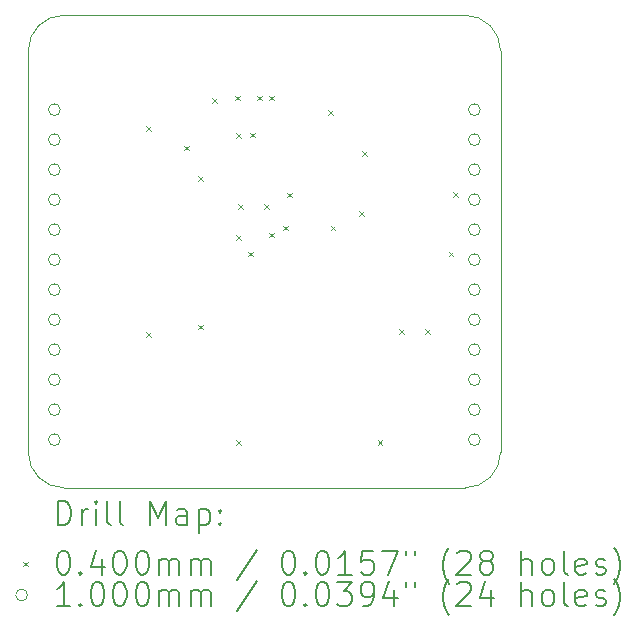
<source format=gbr>
%FSLAX45Y45*%
G04 Gerber Fmt 4.5, Leading zero omitted, Abs format (unit mm)*
G04 Created by KiCad (PCBNEW (6.0.0-0)) date 2022-08-17 15:39:32*
%MOMM*%
%LPD*%
G01*
G04 APERTURE LIST*
%TA.AperFunction,Profile*%
%ADD10C,0.100000*%
%TD*%
%ADD11C,0.200000*%
%ADD12C,0.040000*%
%ADD13C,0.100000*%
G04 APERTURE END LIST*
D10*
X13300000Y-6000000D02*
X16700000Y-6000000D01*
X16700000Y-10000000D02*
G75*
G03*
X17000000Y-9700000I0J300000D01*
G01*
X17000000Y-6300000D02*
X17000000Y-9700000D01*
X17000000Y-6300000D02*
G75*
G03*
X16700000Y-6000000I-300000J0D01*
G01*
X13000000Y-9700000D02*
X13000000Y-6300000D01*
X13000000Y-9700000D02*
G75*
G03*
X13300000Y-10000000I300000J0D01*
G01*
X13300000Y-6000000D02*
G75*
G03*
X13000000Y-6300000I0J-300000D01*
G01*
X16700000Y-10000000D02*
X13300000Y-10000000D01*
D11*
D12*
X14000000Y-6940000D02*
X14040000Y-6980000D01*
X14040000Y-6940000D02*
X14000000Y-6980000D01*
X14000000Y-8680000D02*
X14040000Y-8720000D01*
X14040000Y-8680000D02*
X14000000Y-8720000D01*
X14320000Y-7103550D02*
X14360000Y-7143550D01*
X14360000Y-7103550D02*
X14320000Y-7143550D01*
X14440000Y-7360000D02*
X14480000Y-7400000D01*
X14480000Y-7360000D02*
X14440000Y-7400000D01*
X14440000Y-8620000D02*
X14480000Y-8660000D01*
X14480000Y-8620000D02*
X14440000Y-8660000D01*
X14560000Y-6700000D02*
X14600000Y-6740000D01*
X14600000Y-6700000D02*
X14560000Y-6740000D01*
X14750950Y-6680000D02*
X14790950Y-6720000D01*
X14790950Y-6680000D02*
X14750950Y-6720000D01*
X14760000Y-7000000D02*
X14800000Y-7040000D01*
X14800000Y-7000000D02*
X14760000Y-7040000D01*
X14760000Y-7860000D02*
X14800000Y-7900000D01*
X14800000Y-7860000D02*
X14760000Y-7900000D01*
X14760000Y-9600000D02*
X14800000Y-9640000D01*
X14800000Y-9600000D02*
X14760000Y-9640000D01*
X14780000Y-7600000D02*
X14820000Y-7640000D01*
X14820000Y-7600000D02*
X14780000Y-7640000D01*
X14860000Y-8000000D02*
X14900000Y-8040000D01*
X14900000Y-8000000D02*
X14860000Y-8040000D01*
X14882120Y-6993639D02*
X14922120Y-7033639D01*
X14922120Y-6993639D02*
X14882120Y-7033639D01*
X14940000Y-6680000D02*
X14980000Y-6720000D01*
X14980000Y-6680000D02*
X14940000Y-6720000D01*
X15000694Y-7597948D02*
X15040694Y-7637948D01*
X15040694Y-7597948D02*
X15000694Y-7637948D01*
X15040000Y-6680000D02*
X15080000Y-6720000D01*
X15080000Y-6680000D02*
X15040000Y-6720000D01*
X15040000Y-7840000D02*
X15080000Y-7880000D01*
X15080000Y-7840000D02*
X15040000Y-7880000D01*
X15160000Y-7780000D02*
X15200000Y-7820000D01*
X15200000Y-7780000D02*
X15160000Y-7820000D01*
X15189950Y-7501500D02*
X15229950Y-7541500D01*
X15229950Y-7501500D02*
X15189950Y-7541500D01*
X15540000Y-6800000D02*
X15580000Y-6840000D01*
X15580000Y-6800000D02*
X15540000Y-6840000D01*
X15560000Y-7780000D02*
X15600000Y-7820000D01*
X15600000Y-7780000D02*
X15560000Y-7820000D01*
X15800000Y-7660000D02*
X15840000Y-7700000D01*
X15840000Y-7660000D02*
X15800000Y-7700000D01*
X15830000Y-7150000D02*
X15870000Y-7190000D01*
X15870000Y-7150000D02*
X15830000Y-7190000D01*
X15960000Y-9600000D02*
X16000000Y-9640000D01*
X16000000Y-9600000D02*
X15960000Y-9640000D01*
X16140000Y-8660000D02*
X16180000Y-8700000D01*
X16180000Y-8660000D02*
X16140000Y-8700000D01*
X16360000Y-8660000D02*
X16400000Y-8700000D01*
X16400000Y-8660000D02*
X16360000Y-8700000D01*
X16560000Y-8000000D02*
X16600000Y-8040000D01*
X16600000Y-8000000D02*
X16560000Y-8040000D01*
X16600000Y-7500000D02*
X16640000Y-7540000D01*
X16640000Y-7500000D02*
X16600000Y-7540000D01*
D13*
X13272000Y-6799600D02*
G75*
G03*
X13272000Y-6799600I-50000J0D01*
G01*
X13272000Y-7053600D02*
G75*
G03*
X13272000Y-7053600I-50000J0D01*
G01*
X13272000Y-7307600D02*
G75*
G03*
X13272000Y-7307600I-50000J0D01*
G01*
X13272000Y-7561600D02*
G75*
G03*
X13272000Y-7561600I-50000J0D01*
G01*
X13272000Y-7815600D02*
G75*
G03*
X13272000Y-7815600I-50000J0D01*
G01*
X13272000Y-8069600D02*
G75*
G03*
X13272000Y-8069600I-50000J0D01*
G01*
X13272000Y-8323600D02*
G75*
G03*
X13272000Y-8323600I-50000J0D01*
G01*
X13272000Y-8577600D02*
G75*
G03*
X13272000Y-8577600I-50000J0D01*
G01*
X13272000Y-8831600D02*
G75*
G03*
X13272000Y-8831600I-50000J0D01*
G01*
X13272000Y-9085600D02*
G75*
G03*
X13272000Y-9085600I-50000J0D01*
G01*
X13272000Y-9339600D02*
G75*
G03*
X13272000Y-9339600I-50000J0D01*
G01*
X13272000Y-9593600D02*
G75*
G03*
X13272000Y-9593600I-50000J0D01*
G01*
X16828000Y-6799600D02*
G75*
G03*
X16828000Y-6799600I-50000J0D01*
G01*
X16828000Y-7053600D02*
G75*
G03*
X16828000Y-7053600I-50000J0D01*
G01*
X16828000Y-7307600D02*
G75*
G03*
X16828000Y-7307600I-50000J0D01*
G01*
X16828000Y-7561600D02*
G75*
G03*
X16828000Y-7561600I-50000J0D01*
G01*
X16828000Y-7815600D02*
G75*
G03*
X16828000Y-7815600I-50000J0D01*
G01*
X16828000Y-8069600D02*
G75*
G03*
X16828000Y-8069600I-50000J0D01*
G01*
X16828000Y-8323600D02*
G75*
G03*
X16828000Y-8323600I-50000J0D01*
G01*
X16828000Y-8577600D02*
G75*
G03*
X16828000Y-8577600I-50000J0D01*
G01*
X16828000Y-8831600D02*
G75*
G03*
X16828000Y-8831600I-50000J0D01*
G01*
X16828000Y-9085600D02*
G75*
G03*
X16828000Y-9085600I-50000J0D01*
G01*
X16828000Y-9339600D02*
G75*
G03*
X16828000Y-9339600I-50000J0D01*
G01*
X16828000Y-9593600D02*
G75*
G03*
X16828000Y-9593600I-50000J0D01*
G01*
D11*
X13252619Y-10315476D02*
X13252619Y-10115476D01*
X13300238Y-10115476D01*
X13328809Y-10125000D01*
X13347857Y-10144048D01*
X13357381Y-10163095D01*
X13366905Y-10201190D01*
X13366905Y-10229762D01*
X13357381Y-10267857D01*
X13347857Y-10286905D01*
X13328809Y-10305952D01*
X13300238Y-10315476D01*
X13252619Y-10315476D01*
X13452619Y-10315476D02*
X13452619Y-10182143D01*
X13452619Y-10220238D02*
X13462143Y-10201190D01*
X13471667Y-10191667D01*
X13490714Y-10182143D01*
X13509762Y-10182143D01*
X13576428Y-10315476D02*
X13576428Y-10182143D01*
X13576428Y-10115476D02*
X13566905Y-10125000D01*
X13576428Y-10134524D01*
X13585952Y-10125000D01*
X13576428Y-10115476D01*
X13576428Y-10134524D01*
X13700238Y-10315476D02*
X13681190Y-10305952D01*
X13671667Y-10286905D01*
X13671667Y-10115476D01*
X13805000Y-10315476D02*
X13785952Y-10305952D01*
X13776428Y-10286905D01*
X13776428Y-10115476D01*
X14033571Y-10315476D02*
X14033571Y-10115476D01*
X14100238Y-10258333D01*
X14166905Y-10115476D01*
X14166905Y-10315476D01*
X14347857Y-10315476D02*
X14347857Y-10210714D01*
X14338333Y-10191667D01*
X14319286Y-10182143D01*
X14281190Y-10182143D01*
X14262143Y-10191667D01*
X14347857Y-10305952D02*
X14328809Y-10315476D01*
X14281190Y-10315476D01*
X14262143Y-10305952D01*
X14252619Y-10286905D01*
X14252619Y-10267857D01*
X14262143Y-10248810D01*
X14281190Y-10239286D01*
X14328809Y-10239286D01*
X14347857Y-10229762D01*
X14443095Y-10182143D02*
X14443095Y-10382143D01*
X14443095Y-10191667D02*
X14462143Y-10182143D01*
X14500238Y-10182143D01*
X14519286Y-10191667D01*
X14528809Y-10201190D01*
X14538333Y-10220238D01*
X14538333Y-10277381D01*
X14528809Y-10296429D01*
X14519286Y-10305952D01*
X14500238Y-10315476D01*
X14462143Y-10315476D01*
X14443095Y-10305952D01*
X14624048Y-10296429D02*
X14633571Y-10305952D01*
X14624048Y-10315476D01*
X14614524Y-10305952D01*
X14624048Y-10296429D01*
X14624048Y-10315476D01*
X14624048Y-10191667D02*
X14633571Y-10201190D01*
X14624048Y-10210714D01*
X14614524Y-10201190D01*
X14624048Y-10191667D01*
X14624048Y-10210714D01*
D12*
X12955000Y-10625000D02*
X12995000Y-10665000D01*
X12995000Y-10625000D02*
X12955000Y-10665000D01*
D11*
X13290714Y-10535476D02*
X13309762Y-10535476D01*
X13328809Y-10545000D01*
X13338333Y-10554524D01*
X13347857Y-10573571D01*
X13357381Y-10611667D01*
X13357381Y-10659286D01*
X13347857Y-10697381D01*
X13338333Y-10716429D01*
X13328809Y-10725952D01*
X13309762Y-10735476D01*
X13290714Y-10735476D01*
X13271667Y-10725952D01*
X13262143Y-10716429D01*
X13252619Y-10697381D01*
X13243095Y-10659286D01*
X13243095Y-10611667D01*
X13252619Y-10573571D01*
X13262143Y-10554524D01*
X13271667Y-10545000D01*
X13290714Y-10535476D01*
X13443095Y-10716429D02*
X13452619Y-10725952D01*
X13443095Y-10735476D01*
X13433571Y-10725952D01*
X13443095Y-10716429D01*
X13443095Y-10735476D01*
X13624048Y-10602143D02*
X13624048Y-10735476D01*
X13576428Y-10525952D02*
X13528809Y-10668810D01*
X13652619Y-10668810D01*
X13766905Y-10535476D02*
X13785952Y-10535476D01*
X13805000Y-10545000D01*
X13814524Y-10554524D01*
X13824048Y-10573571D01*
X13833571Y-10611667D01*
X13833571Y-10659286D01*
X13824048Y-10697381D01*
X13814524Y-10716429D01*
X13805000Y-10725952D01*
X13785952Y-10735476D01*
X13766905Y-10735476D01*
X13747857Y-10725952D01*
X13738333Y-10716429D01*
X13728809Y-10697381D01*
X13719286Y-10659286D01*
X13719286Y-10611667D01*
X13728809Y-10573571D01*
X13738333Y-10554524D01*
X13747857Y-10545000D01*
X13766905Y-10535476D01*
X13957381Y-10535476D02*
X13976428Y-10535476D01*
X13995476Y-10545000D01*
X14005000Y-10554524D01*
X14014524Y-10573571D01*
X14024048Y-10611667D01*
X14024048Y-10659286D01*
X14014524Y-10697381D01*
X14005000Y-10716429D01*
X13995476Y-10725952D01*
X13976428Y-10735476D01*
X13957381Y-10735476D01*
X13938333Y-10725952D01*
X13928809Y-10716429D01*
X13919286Y-10697381D01*
X13909762Y-10659286D01*
X13909762Y-10611667D01*
X13919286Y-10573571D01*
X13928809Y-10554524D01*
X13938333Y-10545000D01*
X13957381Y-10535476D01*
X14109762Y-10735476D02*
X14109762Y-10602143D01*
X14109762Y-10621190D02*
X14119286Y-10611667D01*
X14138333Y-10602143D01*
X14166905Y-10602143D01*
X14185952Y-10611667D01*
X14195476Y-10630714D01*
X14195476Y-10735476D01*
X14195476Y-10630714D02*
X14205000Y-10611667D01*
X14224048Y-10602143D01*
X14252619Y-10602143D01*
X14271667Y-10611667D01*
X14281190Y-10630714D01*
X14281190Y-10735476D01*
X14376428Y-10735476D02*
X14376428Y-10602143D01*
X14376428Y-10621190D02*
X14385952Y-10611667D01*
X14405000Y-10602143D01*
X14433571Y-10602143D01*
X14452619Y-10611667D01*
X14462143Y-10630714D01*
X14462143Y-10735476D01*
X14462143Y-10630714D02*
X14471667Y-10611667D01*
X14490714Y-10602143D01*
X14519286Y-10602143D01*
X14538333Y-10611667D01*
X14547857Y-10630714D01*
X14547857Y-10735476D01*
X14938333Y-10525952D02*
X14766905Y-10783095D01*
X15195476Y-10535476D02*
X15214524Y-10535476D01*
X15233571Y-10545000D01*
X15243095Y-10554524D01*
X15252619Y-10573571D01*
X15262143Y-10611667D01*
X15262143Y-10659286D01*
X15252619Y-10697381D01*
X15243095Y-10716429D01*
X15233571Y-10725952D01*
X15214524Y-10735476D01*
X15195476Y-10735476D01*
X15176428Y-10725952D01*
X15166905Y-10716429D01*
X15157381Y-10697381D01*
X15147857Y-10659286D01*
X15147857Y-10611667D01*
X15157381Y-10573571D01*
X15166905Y-10554524D01*
X15176428Y-10545000D01*
X15195476Y-10535476D01*
X15347857Y-10716429D02*
X15357381Y-10725952D01*
X15347857Y-10735476D01*
X15338333Y-10725952D01*
X15347857Y-10716429D01*
X15347857Y-10735476D01*
X15481190Y-10535476D02*
X15500238Y-10535476D01*
X15519286Y-10545000D01*
X15528809Y-10554524D01*
X15538333Y-10573571D01*
X15547857Y-10611667D01*
X15547857Y-10659286D01*
X15538333Y-10697381D01*
X15528809Y-10716429D01*
X15519286Y-10725952D01*
X15500238Y-10735476D01*
X15481190Y-10735476D01*
X15462143Y-10725952D01*
X15452619Y-10716429D01*
X15443095Y-10697381D01*
X15433571Y-10659286D01*
X15433571Y-10611667D01*
X15443095Y-10573571D01*
X15452619Y-10554524D01*
X15462143Y-10545000D01*
X15481190Y-10535476D01*
X15738333Y-10735476D02*
X15624048Y-10735476D01*
X15681190Y-10735476D02*
X15681190Y-10535476D01*
X15662143Y-10564048D01*
X15643095Y-10583095D01*
X15624048Y-10592619D01*
X15919286Y-10535476D02*
X15824048Y-10535476D01*
X15814524Y-10630714D01*
X15824048Y-10621190D01*
X15843095Y-10611667D01*
X15890714Y-10611667D01*
X15909762Y-10621190D01*
X15919286Y-10630714D01*
X15928809Y-10649762D01*
X15928809Y-10697381D01*
X15919286Y-10716429D01*
X15909762Y-10725952D01*
X15890714Y-10735476D01*
X15843095Y-10735476D01*
X15824048Y-10725952D01*
X15814524Y-10716429D01*
X15995476Y-10535476D02*
X16128809Y-10535476D01*
X16043095Y-10735476D01*
X16195476Y-10535476D02*
X16195476Y-10573571D01*
X16271667Y-10535476D02*
X16271667Y-10573571D01*
X16566905Y-10811667D02*
X16557381Y-10802143D01*
X16538333Y-10773571D01*
X16528809Y-10754524D01*
X16519286Y-10725952D01*
X16509762Y-10678333D01*
X16509762Y-10640238D01*
X16519286Y-10592619D01*
X16528809Y-10564048D01*
X16538333Y-10545000D01*
X16557381Y-10516429D01*
X16566905Y-10506905D01*
X16633571Y-10554524D02*
X16643095Y-10545000D01*
X16662143Y-10535476D01*
X16709762Y-10535476D01*
X16728809Y-10545000D01*
X16738333Y-10554524D01*
X16747857Y-10573571D01*
X16747857Y-10592619D01*
X16738333Y-10621190D01*
X16624048Y-10735476D01*
X16747857Y-10735476D01*
X16862143Y-10621190D02*
X16843095Y-10611667D01*
X16833571Y-10602143D01*
X16824048Y-10583095D01*
X16824048Y-10573571D01*
X16833571Y-10554524D01*
X16843095Y-10545000D01*
X16862143Y-10535476D01*
X16900238Y-10535476D01*
X16919286Y-10545000D01*
X16928810Y-10554524D01*
X16938333Y-10573571D01*
X16938333Y-10583095D01*
X16928810Y-10602143D01*
X16919286Y-10611667D01*
X16900238Y-10621190D01*
X16862143Y-10621190D01*
X16843095Y-10630714D01*
X16833571Y-10640238D01*
X16824048Y-10659286D01*
X16824048Y-10697381D01*
X16833571Y-10716429D01*
X16843095Y-10725952D01*
X16862143Y-10735476D01*
X16900238Y-10735476D01*
X16919286Y-10725952D01*
X16928810Y-10716429D01*
X16938333Y-10697381D01*
X16938333Y-10659286D01*
X16928810Y-10640238D01*
X16919286Y-10630714D01*
X16900238Y-10621190D01*
X17176429Y-10735476D02*
X17176429Y-10535476D01*
X17262143Y-10735476D02*
X17262143Y-10630714D01*
X17252619Y-10611667D01*
X17233571Y-10602143D01*
X17205000Y-10602143D01*
X17185952Y-10611667D01*
X17176429Y-10621190D01*
X17385952Y-10735476D02*
X17366905Y-10725952D01*
X17357381Y-10716429D01*
X17347857Y-10697381D01*
X17347857Y-10640238D01*
X17357381Y-10621190D01*
X17366905Y-10611667D01*
X17385952Y-10602143D01*
X17414524Y-10602143D01*
X17433571Y-10611667D01*
X17443095Y-10621190D01*
X17452619Y-10640238D01*
X17452619Y-10697381D01*
X17443095Y-10716429D01*
X17433571Y-10725952D01*
X17414524Y-10735476D01*
X17385952Y-10735476D01*
X17566905Y-10735476D02*
X17547857Y-10725952D01*
X17538333Y-10706905D01*
X17538333Y-10535476D01*
X17719286Y-10725952D02*
X17700238Y-10735476D01*
X17662143Y-10735476D01*
X17643095Y-10725952D01*
X17633571Y-10706905D01*
X17633571Y-10630714D01*
X17643095Y-10611667D01*
X17662143Y-10602143D01*
X17700238Y-10602143D01*
X17719286Y-10611667D01*
X17728810Y-10630714D01*
X17728810Y-10649762D01*
X17633571Y-10668810D01*
X17805000Y-10725952D02*
X17824048Y-10735476D01*
X17862143Y-10735476D01*
X17881190Y-10725952D01*
X17890714Y-10706905D01*
X17890714Y-10697381D01*
X17881190Y-10678333D01*
X17862143Y-10668810D01*
X17833571Y-10668810D01*
X17814524Y-10659286D01*
X17805000Y-10640238D01*
X17805000Y-10630714D01*
X17814524Y-10611667D01*
X17833571Y-10602143D01*
X17862143Y-10602143D01*
X17881190Y-10611667D01*
X17957381Y-10811667D02*
X17966905Y-10802143D01*
X17985952Y-10773571D01*
X17995476Y-10754524D01*
X18005000Y-10725952D01*
X18014524Y-10678333D01*
X18014524Y-10640238D01*
X18005000Y-10592619D01*
X17995476Y-10564048D01*
X17985952Y-10545000D01*
X17966905Y-10516429D01*
X17957381Y-10506905D01*
D13*
X12995000Y-10909000D02*
G75*
G03*
X12995000Y-10909000I-50000J0D01*
G01*
D11*
X13357381Y-10999476D02*
X13243095Y-10999476D01*
X13300238Y-10999476D02*
X13300238Y-10799476D01*
X13281190Y-10828048D01*
X13262143Y-10847095D01*
X13243095Y-10856619D01*
X13443095Y-10980429D02*
X13452619Y-10989952D01*
X13443095Y-10999476D01*
X13433571Y-10989952D01*
X13443095Y-10980429D01*
X13443095Y-10999476D01*
X13576428Y-10799476D02*
X13595476Y-10799476D01*
X13614524Y-10809000D01*
X13624048Y-10818524D01*
X13633571Y-10837571D01*
X13643095Y-10875667D01*
X13643095Y-10923286D01*
X13633571Y-10961381D01*
X13624048Y-10980429D01*
X13614524Y-10989952D01*
X13595476Y-10999476D01*
X13576428Y-10999476D01*
X13557381Y-10989952D01*
X13547857Y-10980429D01*
X13538333Y-10961381D01*
X13528809Y-10923286D01*
X13528809Y-10875667D01*
X13538333Y-10837571D01*
X13547857Y-10818524D01*
X13557381Y-10809000D01*
X13576428Y-10799476D01*
X13766905Y-10799476D02*
X13785952Y-10799476D01*
X13805000Y-10809000D01*
X13814524Y-10818524D01*
X13824048Y-10837571D01*
X13833571Y-10875667D01*
X13833571Y-10923286D01*
X13824048Y-10961381D01*
X13814524Y-10980429D01*
X13805000Y-10989952D01*
X13785952Y-10999476D01*
X13766905Y-10999476D01*
X13747857Y-10989952D01*
X13738333Y-10980429D01*
X13728809Y-10961381D01*
X13719286Y-10923286D01*
X13719286Y-10875667D01*
X13728809Y-10837571D01*
X13738333Y-10818524D01*
X13747857Y-10809000D01*
X13766905Y-10799476D01*
X13957381Y-10799476D02*
X13976428Y-10799476D01*
X13995476Y-10809000D01*
X14005000Y-10818524D01*
X14014524Y-10837571D01*
X14024048Y-10875667D01*
X14024048Y-10923286D01*
X14014524Y-10961381D01*
X14005000Y-10980429D01*
X13995476Y-10989952D01*
X13976428Y-10999476D01*
X13957381Y-10999476D01*
X13938333Y-10989952D01*
X13928809Y-10980429D01*
X13919286Y-10961381D01*
X13909762Y-10923286D01*
X13909762Y-10875667D01*
X13919286Y-10837571D01*
X13928809Y-10818524D01*
X13938333Y-10809000D01*
X13957381Y-10799476D01*
X14109762Y-10999476D02*
X14109762Y-10866143D01*
X14109762Y-10885190D02*
X14119286Y-10875667D01*
X14138333Y-10866143D01*
X14166905Y-10866143D01*
X14185952Y-10875667D01*
X14195476Y-10894714D01*
X14195476Y-10999476D01*
X14195476Y-10894714D02*
X14205000Y-10875667D01*
X14224048Y-10866143D01*
X14252619Y-10866143D01*
X14271667Y-10875667D01*
X14281190Y-10894714D01*
X14281190Y-10999476D01*
X14376428Y-10999476D02*
X14376428Y-10866143D01*
X14376428Y-10885190D02*
X14385952Y-10875667D01*
X14405000Y-10866143D01*
X14433571Y-10866143D01*
X14452619Y-10875667D01*
X14462143Y-10894714D01*
X14462143Y-10999476D01*
X14462143Y-10894714D02*
X14471667Y-10875667D01*
X14490714Y-10866143D01*
X14519286Y-10866143D01*
X14538333Y-10875667D01*
X14547857Y-10894714D01*
X14547857Y-10999476D01*
X14938333Y-10789952D02*
X14766905Y-11047095D01*
X15195476Y-10799476D02*
X15214524Y-10799476D01*
X15233571Y-10809000D01*
X15243095Y-10818524D01*
X15252619Y-10837571D01*
X15262143Y-10875667D01*
X15262143Y-10923286D01*
X15252619Y-10961381D01*
X15243095Y-10980429D01*
X15233571Y-10989952D01*
X15214524Y-10999476D01*
X15195476Y-10999476D01*
X15176428Y-10989952D01*
X15166905Y-10980429D01*
X15157381Y-10961381D01*
X15147857Y-10923286D01*
X15147857Y-10875667D01*
X15157381Y-10837571D01*
X15166905Y-10818524D01*
X15176428Y-10809000D01*
X15195476Y-10799476D01*
X15347857Y-10980429D02*
X15357381Y-10989952D01*
X15347857Y-10999476D01*
X15338333Y-10989952D01*
X15347857Y-10980429D01*
X15347857Y-10999476D01*
X15481190Y-10799476D02*
X15500238Y-10799476D01*
X15519286Y-10809000D01*
X15528809Y-10818524D01*
X15538333Y-10837571D01*
X15547857Y-10875667D01*
X15547857Y-10923286D01*
X15538333Y-10961381D01*
X15528809Y-10980429D01*
X15519286Y-10989952D01*
X15500238Y-10999476D01*
X15481190Y-10999476D01*
X15462143Y-10989952D01*
X15452619Y-10980429D01*
X15443095Y-10961381D01*
X15433571Y-10923286D01*
X15433571Y-10875667D01*
X15443095Y-10837571D01*
X15452619Y-10818524D01*
X15462143Y-10809000D01*
X15481190Y-10799476D01*
X15614524Y-10799476D02*
X15738333Y-10799476D01*
X15671667Y-10875667D01*
X15700238Y-10875667D01*
X15719286Y-10885190D01*
X15728809Y-10894714D01*
X15738333Y-10913762D01*
X15738333Y-10961381D01*
X15728809Y-10980429D01*
X15719286Y-10989952D01*
X15700238Y-10999476D01*
X15643095Y-10999476D01*
X15624048Y-10989952D01*
X15614524Y-10980429D01*
X15833571Y-10999476D02*
X15871667Y-10999476D01*
X15890714Y-10989952D01*
X15900238Y-10980429D01*
X15919286Y-10951857D01*
X15928809Y-10913762D01*
X15928809Y-10837571D01*
X15919286Y-10818524D01*
X15909762Y-10809000D01*
X15890714Y-10799476D01*
X15852619Y-10799476D01*
X15833571Y-10809000D01*
X15824048Y-10818524D01*
X15814524Y-10837571D01*
X15814524Y-10885190D01*
X15824048Y-10904238D01*
X15833571Y-10913762D01*
X15852619Y-10923286D01*
X15890714Y-10923286D01*
X15909762Y-10913762D01*
X15919286Y-10904238D01*
X15928809Y-10885190D01*
X16100238Y-10866143D02*
X16100238Y-10999476D01*
X16052619Y-10789952D02*
X16005000Y-10932810D01*
X16128809Y-10932810D01*
X16195476Y-10799476D02*
X16195476Y-10837571D01*
X16271667Y-10799476D02*
X16271667Y-10837571D01*
X16566905Y-11075667D02*
X16557381Y-11066143D01*
X16538333Y-11037571D01*
X16528809Y-11018524D01*
X16519286Y-10989952D01*
X16509762Y-10942333D01*
X16509762Y-10904238D01*
X16519286Y-10856619D01*
X16528809Y-10828048D01*
X16538333Y-10809000D01*
X16557381Y-10780429D01*
X16566905Y-10770905D01*
X16633571Y-10818524D02*
X16643095Y-10809000D01*
X16662143Y-10799476D01*
X16709762Y-10799476D01*
X16728809Y-10809000D01*
X16738333Y-10818524D01*
X16747857Y-10837571D01*
X16747857Y-10856619D01*
X16738333Y-10885190D01*
X16624048Y-10999476D01*
X16747857Y-10999476D01*
X16919286Y-10866143D02*
X16919286Y-10999476D01*
X16871667Y-10789952D02*
X16824048Y-10932810D01*
X16947857Y-10932810D01*
X17176429Y-10999476D02*
X17176429Y-10799476D01*
X17262143Y-10999476D02*
X17262143Y-10894714D01*
X17252619Y-10875667D01*
X17233571Y-10866143D01*
X17205000Y-10866143D01*
X17185952Y-10875667D01*
X17176429Y-10885190D01*
X17385952Y-10999476D02*
X17366905Y-10989952D01*
X17357381Y-10980429D01*
X17347857Y-10961381D01*
X17347857Y-10904238D01*
X17357381Y-10885190D01*
X17366905Y-10875667D01*
X17385952Y-10866143D01*
X17414524Y-10866143D01*
X17433571Y-10875667D01*
X17443095Y-10885190D01*
X17452619Y-10904238D01*
X17452619Y-10961381D01*
X17443095Y-10980429D01*
X17433571Y-10989952D01*
X17414524Y-10999476D01*
X17385952Y-10999476D01*
X17566905Y-10999476D02*
X17547857Y-10989952D01*
X17538333Y-10970905D01*
X17538333Y-10799476D01*
X17719286Y-10989952D02*
X17700238Y-10999476D01*
X17662143Y-10999476D01*
X17643095Y-10989952D01*
X17633571Y-10970905D01*
X17633571Y-10894714D01*
X17643095Y-10875667D01*
X17662143Y-10866143D01*
X17700238Y-10866143D01*
X17719286Y-10875667D01*
X17728810Y-10894714D01*
X17728810Y-10913762D01*
X17633571Y-10932810D01*
X17805000Y-10989952D02*
X17824048Y-10999476D01*
X17862143Y-10999476D01*
X17881190Y-10989952D01*
X17890714Y-10970905D01*
X17890714Y-10961381D01*
X17881190Y-10942333D01*
X17862143Y-10932810D01*
X17833571Y-10932810D01*
X17814524Y-10923286D01*
X17805000Y-10904238D01*
X17805000Y-10894714D01*
X17814524Y-10875667D01*
X17833571Y-10866143D01*
X17862143Y-10866143D01*
X17881190Y-10875667D01*
X17957381Y-11075667D02*
X17966905Y-11066143D01*
X17985952Y-11037571D01*
X17995476Y-11018524D01*
X18005000Y-10989952D01*
X18014524Y-10942333D01*
X18014524Y-10904238D01*
X18005000Y-10856619D01*
X17995476Y-10828048D01*
X17985952Y-10809000D01*
X17966905Y-10780429D01*
X17957381Y-10770905D01*
M02*

</source>
